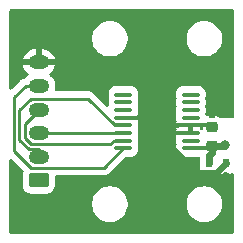
<source format=gbr>
%TF.GenerationSoftware,KiCad,Pcbnew,7.0.1*%
%TF.CreationDate,2023-05-07T09:27:32-06:00*%
%TF.ProjectId,ABSIS_Hall Sensor,41425349-535f-4486-916c-6c2053656e73,3*%
%TF.SameCoordinates,Original*%
%TF.FileFunction,Copper,L1,Top*%
%TF.FilePolarity,Positive*%
%FSLAX46Y46*%
G04 Gerber Fmt 4.6, Leading zero omitted, Abs format (unit mm)*
G04 Created by KiCad (PCBNEW 7.0.1) date 2023-05-07 09:27:32*
%MOMM*%
%LPD*%
G01*
G04 APERTURE LIST*
G04 Aperture macros list*
%AMRoundRect*
0 Rectangle with rounded corners*
0 $1 Rounding radius*
0 $2 $3 $4 $5 $6 $7 $8 $9 X,Y pos of 4 corners*
0 Add a 4 corners polygon primitive as box body*
4,1,4,$2,$3,$4,$5,$6,$7,$8,$9,$2,$3,0*
0 Add four circle primitives for the rounded corners*
1,1,$1+$1,$2,$3*
1,1,$1+$1,$4,$5*
1,1,$1+$1,$6,$7*
1,1,$1+$1,$8,$9*
0 Add four rect primitives between the rounded corners*
20,1,$1+$1,$2,$3,$4,$5,0*
20,1,$1+$1,$4,$5,$6,$7,0*
20,1,$1+$1,$6,$7,$8,$9,0*
20,1,$1+$1,$8,$9,$2,$3,0*%
G04 Aperture macros list end*
%TA.AperFunction,SMDPad,CuDef*%
%ADD10RoundRect,0.225000X0.250000X-0.225000X0.250000X0.225000X-0.250000X0.225000X-0.250000X-0.225000X0*%
%TD*%
%TA.AperFunction,SMDPad,CuDef*%
%ADD11R,0.600000X0.700000*%
%TD*%
%TA.AperFunction,SMDPad,CuDef*%
%ADD12RoundRect,0.100000X-0.637500X-0.100000X0.637500X-0.100000X0.637500X0.100000X-0.637500X0.100000X0*%
%TD*%
%TA.AperFunction,ComponentPad*%
%ADD13RoundRect,0.250000X0.625000X-0.350000X0.625000X0.350000X-0.625000X0.350000X-0.625000X-0.350000X0*%
%TD*%
%TA.AperFunction,ComponentPad*%
%ADD14O,1.750000X1.200000*%
%TD*%
%TA.AperFunction,ViaPad*%
%ADD15C,0.800000*%
%TD*%
%TA.AperFunction,Conductor*%
%ADD16C,0.304800*%
%TD*%
%TA.AperFunction,Conductor*%
%ADD17C,0.609600*%
%TD*%
%TA.AperFunction,Conductor*%
%ADD18C,0.250000*%
%TD*%
G04 APERTURE END LIST*
D10*
%TO.P,C1,1*%
%TO.N,VDD*%
X17620000Y-12045000D03*
%TO.P,C1,2*%
%TO.N,GND*%
X17620000Y-10495000D03*
%TD*%
D11*
%TO.P,D1,1,A1*%
%TO.N,VDD*%
X17428000Y-13556000D03*
%TO.P,D1,2,A2*%
%TO.N,GND*%
X18828000Y-13556000D03*
%TD*%
D12*
%TO.P,U1,1,U*%
%TO.N,unconnected-(U1-U-Pad1)*%
X10137500Y-7725000D03*
%TO.P,U1,2,V*%
%TO.N,unconnected-(U1-V-Pad2)*%
X10137500Y-8375000D03*
%TO.P,U1,3,W*%
%TO.N,unconnected-(U1-W-Pad3)*%
X10137500Y-9025000D03*
%TO.P,U1,4,CAL_EN*%
%TO.N,GND*%
X10137500Y-9675000D03*
%TO.P,U1,5,MISO*%
%TO.N,/MISO*%
X10137500Y-10325000D03*
%TO.P,U1,6,MOSI*%
%TO.N,/MOSI*%
X10137500Y-10975000D03*
%TO.P,U1,7,SCK*%
%TO.N,/SCK*%
X10137500Y-11625000D03*
%TO.P,U1,8,CSN*%
%TO.N,/CSN*%
X10137500Y-12275000D03*
%TO.P,U1,9,VDD*%
%TO.N,VDD*%
X15862500Y-12275000D03*
%TO.P,U1,10,OUT*%
%TO.N,unconnected-(U1-OUT-Pad10)*%
X15862500Y-11625000D03*
%TO.P,U1,11,TEST*%
%TO.N,GND*%
X15862500Y-10975000D03*
%TO.P,U1,12,VSS*%
X15862500Y-10325000D03*
%TO.P,U1,13,ERROR*%
%TO.N,unconnected-(U1-ERROR-Pad13)*%
X15862500Y-9675000D03*
%TO.P,U1,14,Z*%
%TO.N,unconnected-(U1-Z-Pad14)*%
X15862500Y-9025000D03*
%TO.P,U1,15,B*%
%TO.N,unconnected-(U1-B-Pad15)*%
X15862500Y-8375000D03*
%TO.P,U1,16,A*%
%TO.N,unconnected-(U1-A-Pad16)*%
X15862500Y-7725000D03*
%TD*%
D13*
%TO.P,J1,1,Pin_1*%
%TO.N,VDD*%
X3000000Y-15000000D03*
D14*
%TO.P,J1,2,Pin_2*%
%TO.N,/MISO*%
X3000000Y-13000000D03*
%TO.P,J1,3,Pin_3*%
%TO.N,/MOSI*%
X3000000Y-11000000D03*
%TO.P,J1,4,Pin_4*%
%TO.N,/SCK*%
X3000000Y-9000000D03*
%TO.P,J1,5,Pin_5*%
%TO.N,/CSN*%
X3000000Y-7000000D03*
%TO.P,J1,6,Pin_6*%
%TO.N,GND*%
X3000000Y-5000000D03*
%TD*%
D15*
%TO.N,VDD*%
X18760000Y-12040000D03*
%TD*%
D16*
%TO.N,GND*%
X14475000Y-10325000D02*
X14305000Y-10495000D01*
X15862500Y-10325000D02*
X14475000Y-10325000D01*
D17*
X14224000Y-12229316D02*
X14224000Y-10576000D01*
X16405484Y-14410800D02*
X14224000Y-12229316D01*
X17973200Y-14410800D02*
X16405484Y-14410800D01*
X14224000Y-10576000D02*
X14305000Y-10495000D01*
X18828000Y-13556000D02*
X17973200Y-14410800D01*
D16*
X15862500Y-10975000D02*
X14359000Y-10975000D01*
X15862500Y-10325000D02*
X17450000Y-10325000D01*
X17450000Y-10325000D02*
X17620000Y-10495000D01*
X10137500Y-9675000D02*
X11722000Y-9675000D01*
D18*
%TO.N,/CSN*%
X899968Y-12483129D02*
X2341849Y-13925010D01*
X3000000Y-7000000D02*
X1875000Y-7000000D01*
X899968Y-7975032D02*
X899968Y-12483129D01*
X2341849Y-13925010D02*
X8487490Y-13925010D01*
X8487490Y-13925010D02*
X10137500Y-12275000D01*
X1875000Y-7000000D02*
X899968Y-7975032D01*
%TO.N,/SCK*%
X3000000Y-9000000D02*
X1799990Y-10200010D01*
X1799990Y-11383151D02*
X2341849Y-11925010D01*
X9028579Y-11925010D02*
X9328589Y-11625000D01*
X1799990Y-10200010D02*
X1799990Y-11383151D01*
X2341849Y-11925010D02*
X9028579Y-11925010D01*
X9328589Y-11625000D02*
X10137500Y-11625000D01*
%TO.N,/MOSI*%
X10112500Y-11000000D02*
X10137500Y-10975000D01*
X3000000Y-11000000D02*
X10112500Y-11000000D01*
%TO.N,/MISO*%
X2155449Y-12375021D02*
X1349979Y-11569551D01*
X3000000Y-13000000D02*
X3000000Y-12375021D01*
X7149990Y-8074990D02*
X9400000Y-10325000D01*
X2341849Y-8074990D02*
X7149990Y-8074990D01*
X3000000Y-12375021D02*
X2155449Y-12375021D01*
X9400000Y-10325000D02*
X10137500Y-10325000D01*
X1349979Y-9066860D02*
X2341849Y-8074990D01*
X1349979Y-11569551D02*
X1349979Y-9066860D01*
D17*
%TO.N,VDD*%
X17428000Y-12859000D02*
X17620000Y-12667000D01*
X17620000Y-12667000D02*
X17620000Y-12045000D01*
X18755000Y-12045000D02*
X17620000Y-12045000D01*
D16*
X17620000Y-12045000D02*
X17390000Y-12275000D01*
X17390000Y-12275000D02*
X15862500Y-12275000D01*
D17*
X18760000Y-12040000D02*
X18755000Y-12045000D01*
X17428000Y-13556000D02*
X17428000Y-12859000D01*
%TD*%
%TA.AperFunction,Conductor*%
%TO.N,GND*%
G36*
X19436500Y-517381D02*
G01*
X19482619Y-563500D01*
X19499500Y-626500D01*
X19499500Y-9620000D01*
X19482619Y-9683000D01*
X19436500Y-9729119D01*
X19373500Y-9746000D01*
X18434810Y-9746000D01*
X18386592Y-9736409D01*
X18345715Y-9709095D01*
X18327731Y-9691111D01*
X18181885Y-9601152D01*
X18019239Y-9547256D01*
X17918839Y-9537000D01*
X17874000Y-9537000D01*
X17874000Y-9620000D01*
X17857119Y-9683000D01*
X17811000Y-9729119D01*
X17748000Y-9746000D01*
X17492000Y-9746000D01*
X17429000Y-9729119D01*
X17382881Y-9683000D01*
X17366000Y-9620000D01*
X17366000Y-9537000D01*
X17321158Y-9537000D01*
X17233318Y-9545973D01*
X17170046Y-9536076D01*
X17119812Y-9496355D01*
X17095592Y-9437070D01*
X17092855Y-9416282D01*
X17092838Y-9416150D01*
X17085682Y-9398873D01*
X17085410Y-9398216D01*
X17075819Y-9349996D01*
X17085412Y-9301777D01*
X17092838Y-9283849D01*
X17108500Y-9164885D01*
X17108499Y-8885116D01*
X17092838Y-8766150D01*
X17092837Y-8766148D01*
X17085411Y-8748220D01*
X17075818Y-8699998D01*
X17085411Y-8651779D01*
X17092838Y-8633850D01*
X17108500Y-8514885D01*
X17108499Y-8235116D01*
X17092838Y-8116150D01*
X17092838Y-8116149D01*
X17085410Y-8098216D01*
X17075819Y-8049996D01*
X17085412Y-8001777D01*
X17092838Y-7983849D01*
X17108500Y-7864885D01*
X17108499Y-7585116D01*
X17104982Y-7558403D01*
X17092838Y-7466151D01*
X17088174Y-7454892D01*
X17031524Y-7318124D01*
X16933987Y-7191013D01*
X16806876Y-7093476D01*
X16806875Y-7093475D01*
X16658848Y-7032161D01*
X16539885Y-7016500D01*
X15185114Y-7016500D01*
X15066151Y-7032161D01*
X14918124Y-7093475D01*
X14791013Y-7191013D01*
X14693475Y-7318124D01*
X14632161Y-7466151D01*
X14616500Y-7585114D01*
X14616500Y-7864885D01*
X14632161Y-7983850D01*
X14639589Y-8001782D01*
X14649180Y-8049998D01*
X14639590Y-8098213D01*
X14632162Y-8116146D01*
X14616500Y-8235114D01*
X14616500Y-8514885D01*
X14632161Y-8633851D01*
X14639590Y-8651785D01*
X14649180Y-8700000D01*
X14639590Y-8748215D01*
X14632161Y-8766148D01*
X14616500Y-8885114D01*
X14616500Y-9164885D01*
X14632161Y-9283850D01*
X14639589Y-9301782D01*
X14649180Y-9349998D01*
X14639590Y-9398213D01*
X14632162Y-9416146D01*
X14616500Y-9535114D01*
X14616500Y-9814885D01*
X14632161Y-9933848D01*
X14639861Y-9952437D01*
X14649451Y-10000652D01*
X14639861Y-10048867D01*
X14632650Y-10066276D01*
X14624919Y-10124999D01*
X14624919Y-10125000D01*
X14664431Y-10125000D01*
X14720159Y-10137994D01*
X14764391Y-10174293D01*
X14791013Y-10208987D01*
X14871549Y-10270785D01*
X14908368Y-10299038D01*
X14946770Y-10347752D01*
X14957275Y-10408887D01*
X14937335Y-10467625D01*
X14891785Y-10509731D01*
X14831663Y-10525000D01*
X14624920Y-10525000D01*
X14632649Y-10583718D01*
X14640132Y-10601783D01*
X14649722Y-10649998D01*
X14640132Y-10698214D01*
X14632650Y-10716278D01*
X14624919Y-10774999D01*
X14624919Y-10775000D01*
X14831663Y-10775000D01*
X14891785Y-10790269D01*
X14937335Y-10832375D01*
X14957275Y-10891113D01*
X14946770Y-10952248D01*
X14908368Y-11000962D01*
X14791013Y-11091013D01*
X14764393Y-11125705D01*
X14720159Y-11162006D01*
X14664431Y-11175000D01*
X14624920Y-11175000D01*
X14632650Y-11233720D01*
X14639861Y-11251130D01*
X14649451Y-11299344D01*
X14639862Y-11347558D01*
X14632162Y-11366149D01*
X14616500Y-11485114D01*
X14616500Y-11764885D01*
X14632161Y-11883850D01*
X14639589Y-11901782D01*
X14649180Y-11949998D01*
X14639590Y-11998213D01*
X14632162Y-12016146D01*
X14616500Y-12135114D01*
X14616500Y-12414885D01*
X14632161Y-12533848D01*
X14693475Y-12681875D01*
X14693476Y-12681876D01*
X14791013Y-12808987D01*
X14918124Y-12906524D01*
X15066150Y-12967838D01*
X15185115Y-12983500D01*
X16488700Y-12983499D01*
X16551700Y-13000380D01*
X16597819Y-13046499D01*
X16614700Y-13109499D01*
X16614700Y-13601670D01*
X16618708Y-13637244D01*
X16619500Y-13651351D01*
X16619500Y-13954638D01*
X16626011Y-14015200D01*
X16677111Y-14152205D01*
X16764738Y-14269261D01*
X16881794Y-14356888D01*
X16881795Y-14356888D01*
X16881796Y-14356889D01*
X17018799Y-14407989D01*
X17079362Y-14414500D01*
X17776638Y-14414500D01*
X17837201Y-14407989D01*
X17974204Y-14356889D01*
X17992580Y-14343132D01*
X18028299Y-14324448D01*
X18068090Y-14318000D01*
X18188743Y-14318000D01*
X18228533Y-14324448D01*
X18264252Y-14343131D01*
X18282039Y-14356446D01*
X18418906Y-14407494D01*
X18479411Y-14414000D01*
X18574001Y-14414000D01*
X18584980Y-14403020D01*
X18590881Y-14381000D01*
X18637000Y-14334881D01*
X18700000Y-14318000D01*
X18956000Y-14318000D01*
X19019000Y-14334881D01*
X19065119Y-14381000D01*
X19071019Y-14403020D01*
X19081999Y-14414000D01*
X19176589Y-14414000D01*
X19237093Y-14407494D01*
X19329468Y-14373041D01*
X19389203Y-14366079D01*
X19445361Y-14387598D01*
X19485148Y-14432695D01*
X19499500Y-14491097D01*
X19499500Y-19373500D01*
X19482619Y-19436500D01*
X19436500Y-19482619D01*
X19373500Y-19499500D01*
X626500Y-19499500D01*
X563500Y-19482619D01*
X517381Y-19436500D01*
X500500Y-19373500D01*
X500500Y-17124335D01*
X7499500Y-17124335D01*
X7540429Y-17369614D01*
X7540430Y-17369616D01*
X7621170Y-17604806D01*
X7739527Y-17823510D01*
X7892262Y-18019744D01*
X8075217Y-18188166D01*
X8283389Y-18324171D01*
X8283391Y-18324172D01*
X8283393Y-18324173D01*
X8511119Y-18424063D01*
X8752179Y-18485108D01*
X8937933Y-18500500D01*
X9062062Y-18500500D01*
X9062067Y-18500500D01*
X9247821Y-18485108D01*
X9488881Y-18424063D01*
X9716607Y-18324173D01*
X9924785Y-18188164D01*
X10107738Y-18019744D01*
X10260474Y-17823509D01*
X10378828Y-17604810D01*
X10459571Y-17369614D01*
X10500500Y-17124335D01*
X15499500Y-17124335D01*
X15540429Y-17369614D01*
X15540430Y-17369616D01*
X15621170Y-17604806D01*
X15739527Y-17823510D01*
X15892262Y-18019744D01*
X16075217Y-18188166D01*
X16283389Y-18324171D01*
X16283391Y-18324172D01*
X16283393Y-18324173D01*
X16511119Y-18424063D01*
X16752179Y-18485108D01*
X16937933Y-18500500D01*
X17062062Y-18500500D01*
X17062067Y-18500500D01*
X17247821Y-18485108D01*
X17488881Y-18424063D01*
X17716607Y-18324173D01*
X17924785Y-18188164D01*
X18107738Y-18019744D01*
X18260474Y-17823509D01*
X18378828Y-17604810D01*
X18459571Y-17369614D01*
X18500500Y-17124335D01*
X18500500Y-16875665D01*
X18459571Y-16630386D01*
X18378828Y-16395190D01*
X18260474Y-16176491D01*
X18107738Y-15980256D01*
X17924785Y-15811836D01*
X17924782Y-15811833D01*
X17716610Y-15675828D01*
X17488876Y-15575935D01*
X17247825Y-15514893D01*
X17247824Y-15514892D01*
X17247821Y-15514892D01*
X17062067Y-15499500D01*
X16937933Y-15499500D01*
X16752179Y-15514892D01*
X16752175Y-15514892D01*
X16752174Y-15514893D01*
X16511123Y-15575935D01*
X16283389Y-15675828D01*
X16075217Y-15811833D01*
X15892262Y-15980255D01*
X15739527Y-16176489D01*
X15621170Y-16395193D01*
X15540430Y-16630383D01*
X15540429Y-16630386D01*
X15499500Y-16875665D01*
X15499500Y-17124335D01*
X10500500Y-17124335D01*
X10500500Y-16875665D01*
X10459571Y-16630386D01*
X10378828Y-16395190D01*
X10260474Y-16176491D01*
X10107738Y-15980256D01*
X9924785Y-15811836D01*
X9924782Y-15811833D01*
X9716610Y-15675828D01*
X9488876Y-15575935D01*
X9247825Y-15514893D01*
X9247824Y-15514892D01*
X9247821Y-15514892D01*
X9062067Y-15499500D01*
X8937933Y-15499500D01*
X8752179Y-15514892D01*
X8752175Y-15514892D01*
X8752174Y-15514893D01*
X8511123Y-15575935D01*
X8283389Y-15675828D01*
X8075217Y-15811833D01*
X7892262Y-15980255D01*
X7739527Y-16176489D01*
X7621170Y-16395193D01*
X7540430Y-16630383D01*
X7540429Y-16630386D01*
X7499500Y-16875665D01*
X7499500Y-17124335D01*
X500500Y-17124335D01*
X500500Y-13283755D01*
X514233Y-13226552D01*
X552439Y-13181819D01*
X606789Y-13159306D01*
X665436Y-13163922D01*
X715595Y-13194660D01*
X1675503Y-14154568D01*
X1705221Y-14201717D01*
X1711692Y-14257074D01*
X1693651Y-14309807D01*
X1682886Y-14327260D01*
X1682885Y-14327262D01*
X1627113Y-14495574D01*
X1618959Y-14575391D01*
X1616500Y-14599459D01*
X1616500Y-15400540D01*
X1616501Y-15400545D01*
X1627113Y-15504426D01*
X1682885Y-15672738D01*
X1768680Y-15811833D01*
X1775972Y-15823655D01*
X1901344Y-15949027D01*
X1901346Y-15949028D01*
X1901348Y-15949030D01*
X2052262Y-16042115D01*
X2220574Y-16097887D01*
X2324455Y-16108500D01*
X3675544Y-16108499D01*
X3779426Y-16097887D01*
X3947738Y-16042115D01*
X4098652Y-15949030D01*
X4224030Y-15823652D01*
X4317115Y-15672738D01*
X4372887Y-15504426D01*
X4383500Y-15400545D01*
X4383499Y-14684509D01*
X4400380Y-14621510D01*
X4446499Y-14575391D01*
X4509499Y-14558510D01*
X8403637Y-14558510D01*
X8424425Y-14560805D01*
X8427397Y-14560711D01*
X8427399Y-14560712D01*
X8495475Y-14558572D01*
X8499435Y-14558510D01*
X8527342Y-14558510D01*
X8527346Y-14558510D01*
X8531355Y-14558003D01*
X8543189Y-14557071D01*
X8587379Y-14555683D01*
X8606828Y-14550031D01*
X8626188Y-14546022D01*
X8646287Y-14543484D01*
X8687405Y-14527203D01*
X8698607Y-14523367D01*
X8741083Y-14511028D01*
X8758529Y-14500709D01*
X8776270Y-14492019D01*
X8795107Y-14484562D01*
X8830882Y-14458568D01*
X8840793Y-14452058D01*
X8878852Y-14429552D01*
X8893181Y-14415222D01*
X8908209Y-14402387D01*
X8924597Y-14390482D01*
X8952793Y-14356396D01*
X8960762Y-14347640D01*
X10287999Y-13020404D01*
X10328876Y-12993090D01*
X10377094Y-12983499D01*
X10814886Y-12983499D01*
X10889700Y-12973650D01*
X10933850Y-12967838D01*
X11081876Y-12906524D01*
X11208987Y-12808987D01*
X11306524Y-12681876D01*
X11367838Y-12533850D01*
X11383500Y-12414885D01*
X11383499Y-12135116D01*
X11367838Y-12016150D01*
X11367838Y-12016149D01*
X11360410Y-11998216D01*
X11350819Y-11949996D01*
X11360412Y-11901777D01*
X11367838Y-11883849D01*
X11383500Y-11764885D01*
X11383499Y-11485116D01*
X11367838Y-11366150D01*
X11360411Y-11348220D01*
X11350818Y-11299998D01*
X11360411Y-11251779D01*
X11367838Y-11233850D01*
X11383500Y-11114885D01*
X11383499Y-10835116D01*
X11372162Y-10749000D01*
X11367838Y-10716149D01*
X11360410Y-10698216D01*
X11350819Y-10649996D01*
X11360412Y-10601777D01*
X11367838Y-10583849D01*
X11367855Y-10583718D01*
X11383500Y-10464885D01*
X11383499Y-10185116D01*
X11382074Y-10174295D01*
X11369908Y-10081876D01*
X11367838Y-10066150D01*
X11360138Y-10047560D01*
X11350548Y-9999345D01*
X11360140Y-9951126D01*
X11367350Y-9933719D01*
X11375081Y-9875000D01*
X11335569Y-9875000D01*
X11279841Y-9862006D01*
X11235607Y-9825705D01*
X11208987Y-9791013D01*
X11208985Y-9791012D01*
X11208985Y-9791011D01*
X11188069Y-9774962D01*
X11151767Y-9730728D01*
X11138773Y-9675000D01*
X11151767Y-9619272D01*
X11188069Y-9575038D01*
X11208987Y-9558987D01*
X11235608Y-9524293D01*
X11279841Y-9487994D01*
X11335569Y-9475000D01*
X11375080Y-9475000D01*
X11375080Y-9474999D01*
X11367350Y-9416282D01*
X11360139Y-9398873D01*
X11350548Y-9350654D01*
X11360138Y-9302439D01*
X11367838Y-9283850D01*
X11383500Y-9164885D01*
X11383499Y-8885116D01*
X11367838Y-8766150D01*
X11367837Y-8766148D01*
X11360411Y-8748220D01*
X11350818Y-8699998D01*
X11360411Y-8651779D01*
X11367838Y-8633850D01*
X11383500Y-8514885D01*
X11383499Y-8235116D01*
X11367838Y-8116150D01*
X11367838Y-8116149D01*
X11360410Y-8098216D01*
X11350819Y-8049996D01*
X11360412Y-8001777D01*
X11367838Y-7983849D01*
X11383500Y-7864885D01*
X11383499Y-7585116D01*
X11379982Y-7558403D01*
X11367838Y-7466151D01*
X11363174Y-7454892D01*
X11306524Y-7318124D01*
X11208987Y-7191013D01*
X11081876Y-7093476D01*
X11081875Y-7093475D01*
X10933848Y-7032161D01*
X10814885Y-7016500D01*
X9460114Y-7016500D01*
X9341151Y-7032161D01*
X9193124Y-7093475D01*
X9066013Y-7191013D01*
X8968475Y-7318124D01*
X8907161Y-7466151D01*
X8891500Y-7585114D01*
X8891500Y-7864885D01*
X8907161Y-7983850D01*
X8914589Y-8001782D01*
X8924180Y-8049998D01*
X8914590Y-8098213D01*
X8907162Y-8116146D01*
X8891500Y-8235114D01*
X8891500Y-8514887D01*
X8904561Y-8614100D01*
X8897270Y-8675700D01*
X8861469Y-8726356D01*
X8805835Y-8753791D01*
X8743853Y-8751355D01*
X8690544Y-8719639D01*
X7657234Y-7686329D01*
X7644162Y-7670012D01*
X7592354Y-7621362D01*
X7589509Y-7618605D01*
X7569760Y-7598855D01*
X7569339Y-7598529D01*
X7566559Y-7596371D01*
X7557545Y-7588672D01*
X7525310Y-7558403D01*
X7507557Y-7548643D01*
X7491031Y-7537787D01*
X7475031Y-7525376D01*
X7434456Y-7507818D01*
X7423794Y-7502594D01*
X7385053Y-7481295D01*
X7370756Y-7477625D01*
X7365427Y-7476256D01*
X7346721Y-7469852D01*
X7338166Y-7466150D01*
X7328135Y-7461809D01*
X7284464Y-7454891D01*
X7272843Y-7452485D01*
X7230020Y-7441490D01*
X7230019Y-7441490D01*
X7209766Y-7441490D01*
X7190056Y-7439939D01*
X7170047Y-7436769D01*
X7126029Y-7440931D01*
X7114171Y-7441490D01*
X4472155Y-7441490D01*
X4414418Y-7427483D01*
X4369518Y-7388576D01*
X4347437Y-7333420D01*
X4353086Y-7274278D01*
X4353853Y-7272058D01*
X4357153Y-7262527D01*
X4387281Y-7052984D01*
X4377208Y-6841526D01*
X4327298Y-6635796D01*
X4251547Y-6469924D01*
X4239354Y-6443224D01*
X4116563Y-6270788D01*
X4042080Y-6199770D01*
X3963346Y-6124697D01*
X3963343Y-6124695D01*
X3932749Y-6105033D01*
X3891751Y-6062035D01*
X3875014Y-6005030D01*
X3886258Y-5946693D01*
X3922983Y-5899993D01*
X4043086Y-5805543D01*
X4181656Y-5645626D01*
X4287457Y-5462373D01*
X4356663Y-5262412D01*
X4357873Y-5254000D01*
X1646480Y-5254000D01*
X1673174Y-5364037D01*
X1761078Y-5556520D01*
X1883819Y-5728885D01*
X2036965Y-5874909D01*
X2067218Y-5894351D01*
X2108217Y-5937349D01*
X2124956Y-5994353D01*
X2113713Y-6052691D01*
X2076988Y-6099392D01*
X1956568Y-6194092D01*
X1839044Y-6329721D01*
X1811787Y-6353304D01*
X1778969Y-6368206D01*
X1755657Y-6374978D01*
X1736304Y-6378986D01*
X1716201Y-6381526D01*
X1675084Y-6397804D01*
X1663859Y-6401647D01*
X1621408Y-6413980D01*
X1603967Y-6424295D01*
X1586219Y-6432989D01*
X1567383Y-6440447D01*
X1531614Y-6466434D01*
X1521697Y-6472948D01*
X1483637Y-6495457D01*
X1469305Y-6509788D01*
X1454281Y-6522619D01*
X1437896Y-6534524D01*
X1409711Y-6568593D01*
X1401724Y-6577369D01*
X715593Y-7263500D01*
X665436Y-7294237D01*
X606789Y-7298853D01*
X552439Y-7276340D01*
X514233Y-7231607D01*
X500500Y-7174404D01*
X500500Y-4746000D01*
X1642126Y-4746000D01*
X2746000Y-4746000D01*
X2746000Y-3892000D01*
X3254000Y-3892000D01*
X3254000Y-4746000D01*
X4353519Y-4746000D01*
X4353519Y-4745999D01*
X4326825Y-4635962D01*
X4238921Y-4443479D01*
X4116180Y-4271114D01*
X3963032Y-4125088D01*
X3785025Y-4010690D01*
X3588581Y-3932046D01*
X3380801Y-3892000D01*
X3254000Y-3892000D01*
X2746000Y-3892000D01*
X2672214Y-3892000D01*
X2514358Y-3907073D01*
X2311322Y-3966690D01*
X2123247Y-4063649D01*
X1956913Y-4194456D01*
X1818343Y-4354373D01*
X1712542Y-4537626D01*
X1643336Y-4737587D01*
X1642126Y-4746000D01*
X500500Y-4746000D01*
X500500Y-3124335D01*
X7499500Y-3124335D01*
X7540429Y-3369614D01*
X7540430Y-3369616D01*
X7621170Y-3604806D01*
X7739527Y-3823510D01*
X7892262Y-4019744D01*
X8075217Y-4188166D01*
X8283389Y-4324171D01*
X8283391Y-4324172D01*
X8283393Y-4324173D01*
X8511119Y-4424063D01*
X8752179Y-4485108D01*
X8937933Y-4500500D01*
X9062062Y-4500500D01*
X9062067Y-4500500D01*
X9247821Y-4485108D01*
X9488881Y-4424063D01*
X9716607Y-4324173D01*
X9924785Y-4188164D01*
X10107738Y-4019744D01*
X10260474Y-3823509D01*
X10378828Y-3604810D01*
X10459571Y-3369614D01*
X10500500Y-3124335D01*
X15499500Y-3124335D01*
X15540429Y-3369614D01*
X15540430Y-3369616D01*
X15621170Y-3604806D01*
X15739527Y-3823510D01*
X15892262Y-4019744D01*
X16075217Y-4188166D01*
X16283389Y-4324171D01*
X16283391Y-4324172D01*
X16283393Y-4324173D01*
X16511119Y-4424063D01*
X16752179Y-4485108D01*
X16937933Y-4500500D01*
X17062062Y-4500500D01*
X17062067Y-4500500D01*
X17247821Y-4485108D01*
X17488881Y-4424063D01*
X17716607Y-4324173D01*
X17924785Y-4188164D01*
X18107738Y-4019744D01*
X18260474Y-3823509D01*
X18378828Y-3604810D01*
X18459571Y-3369614D01*
X18500500Y-3124335D01*
X18500500Y-2875665D01*
X18459571Y-2630386D01*
X18378828Y-2395190D01*
X18260474Y-2176491D01*
X18107738Y-1980256D01*
X17924785Y-1811836D01*
X17924782Y-1811833D01*
X17716610Y-1675828D01*
X17488876Y-1575935D01*
X17247825Y-1514893D01*
X17247824Y-1514892D01*
X17247821Y-1514892D01*
X17062067Y-1499500D01*
X16937933Y-1499500D01*
X16752179Y-1514892D01*
X16752175Y-1514892D01*
X16752174Y-1514893D01*
X16511123Y-1575935D01*
X16283389Y-1675828D01*
X16075217Y-1811833D01*
X15892262Y-1980255D01*
X15739527Y-2176489D01*
X15621170Y-2395193D01*
X15540430Y-2630383D01*
X15540429Y-2630386D01*
X15499500Y-2875665D01*
X15499500Y-3124335D01*
X10500500Y-3124335D01*
X10500500Y-2875665D01*
X10459571Y-2630386D01*
X10378828Y-2395190D01*
X10260474Y-2176491D01*
X10107738Y-1980256D01*
X9924785Y-1811836D01*
X9924782Y-1811833D01*
X9716610Y-1675828D01*
X9488876Y-1575935D01*
X9247825Y-1514893D01*
X9247824Y-1514892D01*
X9247821Y-1514892D01*
X9062067Y-1499500D01*
X8937933Y-1499500D01*
X8752179Y-1514892D01*
X8752175Y-1514892D01*
X8752174Y-1514893D01*
X8511123Y-1575935D01*
X8283389Y-1675828D01*
X8075217Y-1811833D01*
X7892262Y-1980255D01*
X7739527Y-2176489D01*
X7621170Y-2395193D01*
X7540430Y-2630383D01*
X7540429Y-2630386D01*
X7499500Y-2875665D01*
X7499500Y-3124335D01*
X500500Y-3124335D01*
X500500Y-626500D01*
X517381Y-563500D01*
X563500Y-517381D01*
X626500Y-500500D01*
X19373500Y-500500D01*
X19436500Y-517381D01*
G37*
%TD.AperFunction*%
%TA.AperFunction,Conductor*%
G36*
X15999500Y-10400380D02*
G01*
X16045619Y-10446499D01*
X16062500Y-10509499D01*
X16062500Y-10790500D01*
X16045619Y-10853500D01*
X15999500Y-10899619D01*
X15936500Y-10916500D01*
X15788500Y-10916500D01*
X15725500Y-10899619D01*
X15679381Y-10853500D01*
X15662500Y-10790500D01*
X15662500Y-10509500D01*
X15679381Y-10446500D01*
X15725500Y-10400381D01*
X15788499Y-10383500D01*
X15862498Y-10383499D01*
X15936500Y-10383499D01*
X15999500Y-10400380D01*
G37*
%TD.AperFunction*%
%TA.AperFunction,Conductor*%
G36*
X16802001Y-10369155D02*
G01*
X16843122Y-10414524D01*
X16858000Y-10473920D01*
X16858000Y-10623000D01*
X16841119Y-10686000D01*
X16795000Y-10732119D01*
X16732000Y-10749000D01*
X16723000Y-10749000D01*
X16660000Y-10732119D01*
X16613881Y-10686000D01*
X16597000Y-10623000D01*
X16597000Y-10477648D01*
X16606591Y-10429430D01*
X16633904Y-10388553D01*
X16674781Y-10361240D01*
X16683781Y-10357512D01*
X16744349Y-10348527D01*
X16802001Y-10369155D01*
G37*
%TD.AperFunction*%
%TD*%
M02*

</source>
